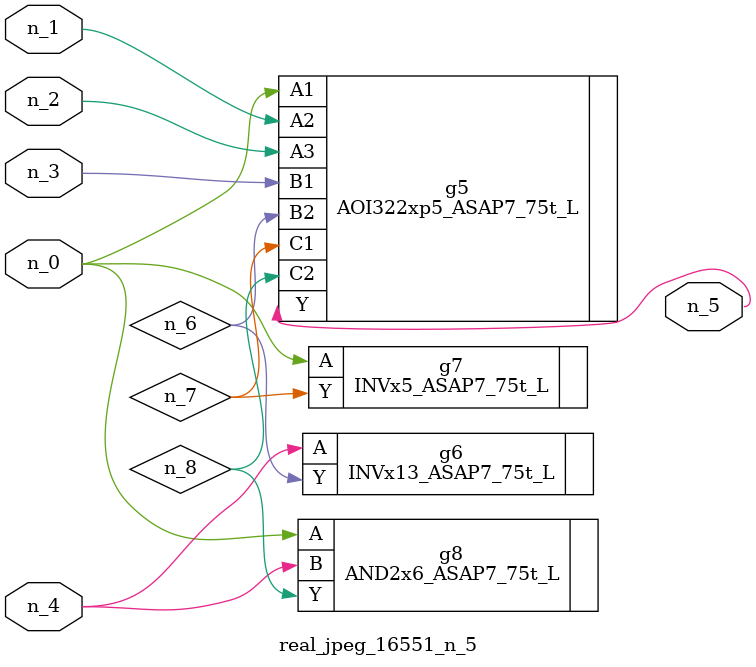
<source format=v>
module real_jpeg_16551_n_5 (n_4, n_0, n_1, n_2, n_3, n_5);

input n_4;
input n_0;
input n_1;
input n_2;
input n_3;

output n_5;

wire n_8;
wire n_6;
wire n_7;

AOI322xp5_ASAP7_75t_L g5 ( 
.A1(n_0),
.A2(n_1),
.A3(n_2),
.B1(n_3),
.B2(n_6),
.C1(n_7),
.C2(n_8),
.Y(n_5)
);

INVx5_ASAP7_75t_L g7 ( 
.A(n_0),
.Y(n_7)
);

AND2x6_ASAP7_75t_L g8 ( 
.A(n_0),
.B(n_4),
.Y(n_8)
);

INVx13_ASAP7_75t_L g6 ( 
.A(n_4),
.Y(n_6)
);


endmodule
</source>
